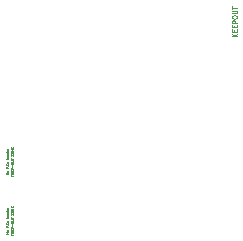
<source format=gbr>
%TF.GenerationSoftware,KiCad,Pcbnew,7.0.1*%
%TF.CreationDate,2023-07-16T15:06:49-04:00*%
%TF.ProjectId,PCB,5043422e-6b69-4636-9164-5f7063625858,rev?*%
%TF.SameCoordinates,Original*%
%TF.FileFunction,Other,Comment*%
%FSLAX46Y46*%
G04 Gerber Fmt 4.6, Leading zero omitted, Abs format (unit mm)*
G04 Created by KiCad (PCBNEW 7.0.1) date 2023-07-16 15:06:49*
%MOMM*%
%LPD*%
G01*
G04 APERTURE LIST*
%ADD10C,0.030000*%
%ADD11C,0.070000*%
G04 APERTURE END LIST*
D10*
%TO.C,SW73*%
X151975023Y-83416327D02*
X151775023Y-83416327D01*
X151775023Y-83416327D02*
X151975023Y-83302042D01*
X151975023Y-83302042D02*
X151775023Y-83302042D01*
X151975023Y-83178232D02*
X151965500Y-83197280D01*
X151965500Y-83197280D02*
X151955976Y-83206803D01*
X151955976Y-83206803D02*
X151936928Y-83216327D01*
X151936928Y-83216327D02*
X151879785Y-83216327D01*
X151879785Y-83216327D02*
X151860738Y-83206803D01*
X151860738Y-83206803D02*
X151851214Y-83197280D01*
X151851214Y-83197280D02*
X151841690Y-83178232D01*
X151841690Y-83178232D02*
X151841690Y-83149661D01*
X151841690Y-83149661D02*
X151851214Y-83130613D01*
X151851214Y-83130613D02*
X151860738Y-83121089D01*
X151860738Y-83121089D02*
X151879785Y-83111565D01*
X151879785Y-83111565D02*
X151936928Y-83111565D01*
X151936928Y-83111565D02*
X151955976Y-83121089D01*
X151955976Y-83121089D02*
X151965500Y-83130613D01*
X151965500Y-83130613D02*
X151975023Y-83149661D01*
X151975023Y-83149661D02*
X151975023Y-83178232D01*
X151870261Y-82806804D02*
X151870261Y-82873470D01*
X151975023Y-82873470D02*
X151775023Y-82873470D01*
X151775023Y-82873470D02*
X151775023Y-82778232D01*
X151955976Y-82702041D02*
X151965500Y-82692518D01*
X151965500Y-82692518D02*
X151975023Y-82702041D01*
X151975023Y-82702041D02*
X151965500Y-82711565D01*
X151965500Y-82711565D02*
X151955976Y-82702041D01*
X151955976Y-82702041D02*
X151975023Y-82702041D01*
X151955976Y-82492518D02*
X151965500Y-82502042D01*
X151965500Y-82502042D02*
X151975023Y-82530613D01*
X151975023Y-82530613D02*
X151975023Y-82549661D01*
X151975023Y-82549661D02*
X151965500Y-82578232D01*
X151965500Y-82578232D02*
X151946452Y-82597280D01*
X151946452Y-82597280D02*
X151927404Y-82606803D01*
X151927404Y-82606803D02*
X151889309Y-82616327D01*
X151889309Y-82616327D02*
X151860738Y-82616327D01*
X151860738Y-82616327D02*
X151822642Y-82606803D01*
X151822642Y-82606803D02*
X151803595Y-82597280D01*
X151803595Y-82597280D02*
X151784547Y-82578232D01*
X151784547Y-82578232D02*
X151775023Y-82549661D01*
X151775023Y-82549661D02*
X151775023Y-82530613D01*
X151775023Y-82530613D02*
X151784547Y-82502042D01*
X151784547Y-82502042D02*
X151794071Y-82492518D01*
X151841690Y-82321089D02*
X151975023Y-82321089D01*
X151841690Y-82406803D02*
X151946452Y-82406803D01*
X151946452Y-82406803D02*
X151965500Y-82397280D01*
X151965500Y-82397280D02*
X151975023Y-82378232D01*
X151975023Y-82378232D02*
X151975023Y-82349661D01*
X151975023Y-82349661D02*
X151965500Y-82330613D01*
X151965500Y-82330613D02*
X151955976Y-82321089D01*
X151841690Y-82102042D02*
X151841690Y-82025851D01*
X151775023Y-82073470D02*
X151946452Y-82073470D01*
X151946452Y-82073470D02*
X151965500Y-82063947D01*
X151965500Y-82063947D02*
X151975023Y-82044899D01*
X151975023Y-82044899D02*
X151975023Y-82025851D01*
X151975023Y-81959184D02*
X151841690Y-81959184D01*
X151879785Y-81959184D02*
X151860738Y-81949661D01*
X151860738Y-81949661D02*
X151851214Y-81940137D01*
X151851214Y-81940137D02*
X151841690Y-81921089D01*
X151841690Y-81921089D02*
X151841690Y-81902042D01*
X151975023Y-81749660D02*
X151870261Y-81749660D01*
X151870261Y-81749660D02*
X151851214Y-81759184D01*
X151851214Y-81759184D02*
X151841690Y-81778232D01*
X151841690Y-81778232D02*
X151841690Y-81816327D01*
X151841690Y-81816327D02*
X151851214Y-81835374D01*
X151965500Y-81749660D02*
X151975023Y-81768708D01*
X151975023Y-81768708D02*
X151975023Y-81816327D01*
X151975023Y-81816327D02*
X151965500Y-81835374D01*
X151965500Y-81835374D02*
X151946452Y-81844898D01*
X151946452Y-81844898D02*
X151927404Y-81844898D01*
X151927404Y-81844898D02*
X151908357Y-81835374D01*
X151908357Y-81835374D02*
X151898833Y-81816327D01*
X151898833Y-81816327D02*
X151898833Y-81768708D01*
X151898833Y-81768708D02*
X151889309Y-81749660D01*
X151965500Y-81568708D02*
X151975023Y-81587756D01*
X151975023Y-81587756D02*
X151975023Y-81625851D01*
X151975023Y-81625851D02*
X151965500Y-81644899D01*
X151965500Y-81644899D02*
X151955976Y-81654422D01*
X151955976Y-81654422D02*
X151936928Y-81663946D01*
X151936928Y-81663946D02*
X151879785Y-81663946D01*
X151879785Y-81663946D02*
X151860738Y-81654422D01*
X151860738Y-81654422D02*
X151851214Y-81644899D01*
X151851214Y-81644899D02*
X151841690Y-81625851D01*
X151841690Y-81625851D02*
X151841690Y-81587756D01*
X151841690Y-81587756D02*
X151851214Y-81568708D01*
X151975023Y-81482993D02*
X151775023Y-81482993D01*
X151898833Y-81463946D02*
X151975023Y-81406803D01*
X151841690Y-81406803D02*
X151917880Y-81482993D01*
X151965500Y-81330612D02*
X151975023Y-81311565D01*
X151975023Y-81311565D02*
X151975023Y-81273469D01*
X151975023Y-81273469D02*
X151965500Y-81254422D01*
X151965500Y-81254422D02*
X151946452Y-81244898D01*
X151946452Y-81244898D02*
X151936928Y-81244898D01*
X151936928Y-81244898D02*
X151917880Y-81254422D01*
X151917880Y-81254422D02*
X151908357Y-81273469D01*
X151908357Y-81273469D02*
X151908357Y-81302041D01*
X151908357Y-81302041D02*
X151898833Y-81321088D01*
X151898833Y-81321088D02*
X151879785Y-81330612D01*
X151879785Y-81330612D02*
X151870261Y-81330612D01*
X151870261Y-81330612D02*
X151851214Y-81321088D01*
X151851214Y-81321088D02*
X151841690Y-81302041D01*
X151841690Y-81302041D02*
X151841690Y-81273469D01*
X151841690Y-81273469D02*
X151851214Y-81254422D01*
X152375023Y-83549659D02*
X152175023Y-83549659D01*
X152375023Y-83435374D02*
X152260738Y-83521088D01*
X152175023Y-83435374D02*
X152289309Y-83549659D01*
X152270261Y-83349659D02*
X152270261Y-83282993D01*
X152375023Y-83254421D02*
X152375023Y-83349659D01*
X152375023Y-83349659D02*
X152175023Y-83349659D01*
X152175023Y-83349659D02*
X152175023Y-83254421D01*
X152270261Y-83168707D02*
X152270261Y-83102041D01*
X152375023Y-83073469D02*
X152375023Y-83168707D01*
X152375023Y-83168707D02*
X152175023Y-83168707D01*
X152175023Y-83168707D02*
X152175023Y-83073469D01*
X152375023Y-82987755D02*
X152175023Y-82987755D01*
X152175023Y-82987755D02*
X152175023Y-82911565D01*
X152175023Y-82911565D02*
X152184547Y-82892517D01*
X152184547Y-82892517D02*
X152194071Y-82882994D01*
X152194071Y-82882994D02*
X152213119Y-82873470D01*
X152213119Y-82873470D02*
X152241690Y-82873470D01*
X152241690Y-82873470D02*
X152260738Y-82882994D01*
X152260738Y-82882994D02*
X152270261Y-82892517D01*
X152270261Y-82892517D02*
X152279785Y-82911565D01*
X152279785Y-82911565D02*
X152279785Y-82987755D01*
X152298833Y-82787755D02*
X152298833Y-82635375D01*
X152175023Y-82502041D02*
X152175023Y-82463946D01*
X152175023Y-82463946D02*
X152184547Y-82444898D01*
X152184547Y-82444898D02*
X152203595Y-82425851D01*
X152203595Y-82425851D02*
X152241690Y-82416327D01*
X152241690Y-82416327D02*
X152308357Y-82416327D01*
X152308357Y-82416327D02*
X152346452Y-82425851D01*
X152346452Y-82425851D02*
X152365500Y-82444898D01*
X152365500Y-82444898D02*
X152375023Y-82463946D01*
X152375023Y-82463946D02*
X152375023Y-82502041D01*
X152375023Y-82502041D02*
X152365500Y-82521089D01*
X152365500Y-82521089D02*
X152346452Y-82540136D01*
X152346452Y-82540136D02*
X152308357Y-82549660D01*
X152308357Y-82549660D02*
X152241690Y-82549660D01*
X152241690Y-82549660D02*
X152203595Y-82540136D01*
X152203595Y-82540136D02*
X152184547Y-82521089D01*
X152184547Y-82521089D02*
X152175023Y-82502041D01*
X152175023Y-82330612D02*
X152336928Y-82330612D01*
X152336928Y-82330612D02*
X152355976Y-82321089D01*
X152355976Y-82321089D02*
X152365500Y-82311565D01*
X152365500Y-82311565D02*
X152375023Y-82292517D01*
X152375023Y-82292517D02*
X152375023Y-82254422D01*
X152375023Y-82254422D02*
X152365500Y-82235374D01*
X152365500Y-82235374D02*
X152355976Y-82225851D01*
X152355976Y-82225851D02*
X152336928Y-82216327D01*
X152336928Y-82216327D02*
X152175023Y-82216327D01*
X152175023Y-82149660D02*
X152175023Y-82035374D01*
X152375023Y-82092517D02*
X152175023Y-82092517D01*
X152175023Y-81835374D02*
X152175023Y-81702041D01*
X152175023Y-81702041D02*
X152375023Y-81835374D01*
X152375023Y-81835374D02*
X152375023Y-81702041D01*
X152175023Y-81587755D02*
X152175023Y-81549660D01*
X152175023Y-81549660D02*
X152184547Y-81530612D01*
X152184547Y-81530612D02*
X152203595Y-81511565D01*
X152203595Y-81511565D02*
X152241690Y-81502041D01*
X152241690Y-81502041D02*
X152308357Y-81502041D01*
X152308357Y-81502041D02*
X152346452Y-81511565D01*
X152346452Y-81511565D02*
X152365500Y-81530612D01*
X152365500Y-81530612D02*
X152375023Y-81549660D01*
X152375023Y-81549660D02*
X152375023Y-81587755D01*
X152375023Y-81587755D02*
X152365500Y-81606803D01*
X152365500Y-81606803D02*
X152346452Y-81625850D01*
X152346452Y-81625850D02*
X152308357Y-81635374D01*
X152308357Y-81635374D02*
X152241690Y-81635374D01*
X152241690Y-81635374D02*
X152203595Y-81625850D01*
X152203595Y-81625850D02*
X152184547Y-81606803D01*
X152184547Y-81606803D02*
X152175023Y-81587755D01*
X152375023Y-81416326D02*
X152175023Y-81416326D01*
X152175023Y-81416326D02*
X152375023Y-81302041D01*
X152375023Y-81302041D02*
X152175023Y-81302041D01*
X152270261Y-81206802D02*
X152270261Y-81140136D01*
X152375023Y-81111564D02*
X152375023Y-81206802D01*
X152375023Y-81206802D02*
X152175023Y-81206802D01*
X152175023Y-81206802D02*
X152175023Y-81111564D01*
X151975023Y-78416327D02*
X151775023Y-78416327D01*
X151775023Y-78416327D02*
X151975023Y-78302042D01*
X151975023Y-78302042D02*
X151775023Y-78302042D01*
X151975023Y-78178232D02*
X151965500Y-78197280D01*
X151965500Y-78197280D02*
X151955976Y-78206803D01*
X151955976Y-78206803D02*
X151936928Y-78216327D01*
X151936928Y-78216327D02*
X151879785Y-78216327D01*
X151879785Y-78216327D02*
X151860738Y-78206803D01*
X151860738Y-78206803D02*
X151851214Y-78197280D01*
X151851214Y-78197280D02*
X151841690Y-78178232D01*
X151841690Y-78178232D02*
X151841690Y-78149661D01*
X151841690Y-78149661D02*
X151851214Y-78130613D01*
X151851214Y-78130613D02*
X151860738Y-78121089D01*
X151860738Y-78121089D02*
X151879785Y-78111565D01*
X151879785Y-78111565D02*
X151936928Y-78111565D01*
X151936928Y-78111565D02*
X151955976Y-78121089D01*
X151955976Y-78121089D02*
X151965500Y-78130613D01*
X151965500Y-78130613D02*
X151975023Y-78149661D01*
X151975023Y-78149661D02*
X151975023Y-78178232D01*
X151870261Y-77806804D02*
X151870261Y-77873470D01*
X151975023Y-77873470D02*
X151775023Y-77873470D01*
X151775023Y-77873470D02*
X151775023Y-77778232D01*
X151955976Y-77702041D02*
X151965500Y-77692518D01*
X151965500Y-77692518D02*
X151975023Y-77702041D01*
X151975023Y-77702041D02*
X151965500Y-77711565D01*
X151965500Y-77711565D02*
X151955976Y-77702041D01*
X151955976Y-77702041D02*
X151975023Y-77702041D01*
X151955976Y-77492518D02*
X151965500Y-77502042D01*
X151965500Y-77502042D02*
X151975023Y-77530613D01*
X151975023Y-77530613D02*
X151975023Y-77549661D01*
X151975023Y-77549661D02*
X151965500Y-77578232D01*
X151965500Y-77578232D02*
X151946452Y-77597280D01*
X151946452Y-77597280D02*
X151927404Y-77606803D01*
X151927404Y-77606803D02*
X151889309Y-77616327D01*
X151889309Y-77616327D02*
X151860738Y-77616327D01*
X151860738Y-77616327D02*
X151822642Y-77606803D01*
X151822642Y-77606803D02*
X151803595Y-77597280D01*
X151803595Y-77597280D02*
X151784547Y-77578232D01*
X151784547Y-77578232D02*
X151775023Y-77549661D01*
X151775023Y-77549661D02*
X151775023Y-77530613D01*
X151775023Y-77530613D02*
X151784547Y-77502042D01*
X151784547Y-77502042D02*
X151794071Y-77492518D01*
X151841690Y-77321089D02*
X151975023Y-77321089D01*
X151841690Y-77406803D02*
X151946452Y-77406803D01*
X151946452Y-77406803D02*
X151965500Y-77397280D01*
X151965500Y-77397280D02*
X151975023Y-77378232D01*
X151975023Y-77378232D02*
X151975023Y-77349661D01*
X151975023Y-77349661D02*
X151965500Y-77330613D01*
X151965500Y-77330613D02*
X151955976Y-77321089D01*
X151841690Y-77102042D02*
X151841690Y-77025851D01*
X151775023Y-77073470D02*
X151946452Y-77073470D01*
X151946452Y-77073470D02*
X151965500Y-77063947D01*
X151965500Y-77063947D02*
X151975023Y-77044899D01*
X151975023Y-77044899D02*
X151975023Y-77025851D01*
X151975023Y-76959184D02*
X151841690Y-76959184D01*
X151879785Y-76959184D02*
X151860738Y-76949661D01*
X151860738Y-76949661D02*
X151851214Y-76940137D01*
X151851214Y-76940137D02*
X151841690Y-76921089D01*
X151841690Y-76921089D02*
X151841690Y-76902042D01*
X151975023Y-76749660D02*
X151870261Y-76749660D01*
X151870261Y-76749660D02*
X151851214Y-76759184D01*
X151851214Y-76759184D02*
X151841690Y-76778232D01*
X151841690Y-76778232D02*
X151841690Y-76816327D01*
X151841690Y-76816327D02*
X151851214Y-76835374D01*
X151965500Y-76749660D02*
X151975023Y-76768708D01*
X151975023Y-76768708D02*
X151975023Y-76816327D01*
X151975023Y-76816327D02*
X151965500Y-76835374D01*
X151965500Y-76835374D02*
X151946452Y-76844898D01*
X151946452Y-76844898D02*
X151927404Y-76844898D01*
X151927404Y-76844898D02*
X151908357Y-76835374D01*
X151908357Y-76835374D02*
X151898833Y-76816327D01*
X151898833Y-76816327D02*
X151898833Y-76768708D01*
X151898833Y-76768708D02*
X151889309Y-76749660D01*
X151965500Y-76568708D02*
X151975023Y-76587756D01*
X151975023Y-76587756D02*
X151975023Y-76625851D01*
X151975023Y-76625851D02*
X151965500Y-76644899D01*
X151965500Y-76644899D02*
X151955976Y-76654422D01*
X151955976Y-76654422D02*
X151936928Y-76663946D01*
X151936928Y-76663946D02*
X151879785Y-76663946D01*
X151879785Y-76663946D02*
X151860738Y-76654422D01*
X151860738Y-76654422D02*
X151851214Y-76644899D01*
X151851214Y-76644899D02*
X151841690Y-76625851D01*
X151841690Y-76625851D02*
X151841690Y-76587756D01*
X151841690Y-76587756D02*
X151851214Y-76568708D01*
X151975023Y-76482993D02*
X151775023Y-76482993D01*
X151898833Y-76463946D02*
X151975023Y-76406803D01*
X151841690Y-76406803D02*
X151917880Y-76482993D01*
X151965500Y-76330612D02*
X151975023Y-76311565D01*
X151975023Y-76311565D02*
X151975023Y-76273469D01*
X151975023Y-76273469D02*
X151965500Y-76254422D01*
X151965500Y-76254422D02*
X151946452Y-76244898D01*
X151946452Y-76244898D02*
X151936928Y-76244898D01*
X151936928Y-76244898D02*
X151917880Y-76254422D01*
X151917880Y-76254422D02*
X151908357Y-76273469D01*
X151908357Y-76273469D02*
X151908357Y-76302041D01*
X151908357Y-76302041D02*
X151898833Y-76321088D01*
X151898833Y-76321088D02*
X151879785Y-76330612D01*
X151879785Y-76330612D02*
X151870261Y-76330612D01*
X151870261Y-76330612D02*
X151851214Y-76321088D01*
X151851214Y-76321088D02*
X151841690Y-76302041D01*
X151841690Y-76302041D02*
X151841690Y-76273469D01*
X151841690Y-76273469D02*
X151851214Y-76254422D01*
X152375023Y-78549659D02*
X152175023Y-78549659D01*
X152375023Y-78435374D02*
X152260738Y-78521088D01*
X152175023Y-78435374D02*
X152289309Y-78549659D01*
X152270261Y-78349659D02*
X152270261Y-78282993D01*
X152375023Y-78254421D02*
X152375023Y-78349659D01*
X152375023Y-78349659D02*
X152175023Y-78349659D01*
X152175023Y-78349659D02*
X152175023Y-78254421D01*
X152270261Y-78168707D02*
X152270261Y-78102041D01*
X152375023Y-78073469D02*
X152375023Y-78168707D01*
X152375023Y-78168707D02*
X152175023Y-78168707D01*
X152175023Y-78168707D02*
X152175023Y-78073469D01*
X152375023Y-77987755D02*
X152175023Y-77987755D01*
X152175023Y-77987755D02*
X152175023Y-77911565D01*
X152175023Y-77911565D02*
X152184547Y-77892517D01*
X152184547Y-77892517D02*
X152194071Y-77882994D01*
X152194071Y-77882994D02*
X152213119Y-77873470D01*
X152213119Y-77873470D02*
X152241690Y-77873470D01*
X152241690Y-77873470D02*
X152260738Y-77882994D01*
X152260738Y-77882994D02*
X152270261Y-77892517D01*
X152270261Y-77892517D02*
X152279785Y-77911565D01*
X152279785Y-77911565D02*
X152279785Y-77987755D01*
X152298833Y-77787755D02*
X152298833Y-77635375D01*
X152175023Y-77502041D02*
X152175023Y-77463946D01*
X152175023Y-77463946D02*
X152184547Y-77444898D01*
X152184547Y-77444898D02*
X152203595Y-77425851D01*
X152203595Y-77425851D02*
X152241690Y-77416327D01*
X152241690Y-77416327D02*
X152308357Y-77416327D01*
X152308357Y-77416327D02*
X152346452Y-77425851D01*
X152346452Y-77425851D02*
X152365500Y-77444898D01*
X152365500Y-77444898D02*
X152375023Y-77463946D01*
X152375023Y-77463946D02*
X152375023Y-77502041D01*
X152375023Y-77502041D02*
X152365500Y-77521089D01*
X152365500Y-77521089D02*
X152346452Y-77540136D01*
X152346452Y-77540136D02*
X152308357Y-77549660D01*
X152308357Y-77549660D02*
X152241690Y-77549660D01*
X152241690Y-77549660D02*
X152203595Y-77540136D01*
X152203595Y-77540136D02*
X152184547Y-77521089D01*
X152184547Y-77521089D02*
X152175023Y-77502041D01*
X152175023Y-77330612D02*
X152336928Y-77330612D01*
X152336928Y-77330612D02*
X152355976Y-77321089D01*
X152355976Y-77321089D02*
X152365500Y-77311565D01*
X152365500Y-77311565D02*
X152375023Y-77292517D01*
X152375023Y-77292517D02*
X152375023Y-77254422D01*
X152375023Y-77254422D02*
X152365500Y-77235374D01*
X152365500Y-77235374D02*
X152355976Y-77225851D01*
X152355976Y-77225851D02*
X152336928Y-77216327D01*
X152336928Y-77216327D02*
X152175023Y-77216327D01*
X152175023Y-77149660D02*
X152175023Y-77035374D01*
X152375023Y-77092517D02*
X152175023Y-77092517D01*
X152175023Y-76835374D02*
X152175023Y-76702041D01*
X152175023Y-76702041D02*
X152375023Y-76835374D01*
X152375023Y-76835374D02*
X152375023Y-76702041D01*
X152175023Y-76587755D02*
X152175023Y-76549660D01*
X152175023Y-76549660D02*
X152184547Y-76530612D01*
X152184547Y-76530612D02*
X152203595Y-76511565D01*
X152203595Y-76511565D02*
X152241690Y-76502041D01*
X152241690Y-76502041D02*
X152308357Y-76502041D01*
X152308357Y-76502041D02*
X152346452Y-76511565D01*
X152346452Y-76511565D02*
X152365500Y-76530612D01*
X152365500Y-76530612D02*
X152375023Y-76549660D01*
X152375023Y-76549660D02*
X152375023Y-76587755D01*
X152375023Y-76587755D02*
X152365500Y-76606803D01*
X152365500Y-76606803D02*
X152346452Y-76625850D01*
X152346452Y-76625850D02*
X152308357Y-76635374D01*
X152308357Y-76635374D02*
X152241690Y-76635374D01*
X152241690Y-76635374D02*
X152203595Y-76625850D01*
X152203595Y-76625850D02*
X152184547Y-76606803D01*
X152184547Y-76606803D02*
X152175023Y-76587755D01*
X152375023Y-76416326D02*
X152175023Y-76416326D01*
X152175023Y-76416326D02*
X152375023Y-76302041D01*
X152375023Y-76302041D02*
X152175023Y-76302041D01*
X152270261Y-76206802D02*
X152270261Y-76140136D01*
X152375023Y-76111564D02*
X152375023Y-76206802D01*
X152375023Y-76206802D02*
X152175023Y-76206802D01*
X152175023Y-76206802D02*
X152175023Y-76111564D01*
D11*
%TO.C,J2*%
X171317547Y-66722470D02*
X170917547Y-66722470D01*
X171317547Y-66493899D02*
X171088976Y-66665328D01*
X170917547Y-66493899D02*
X171146119Y-66722470D01*
X171108023Y-66322470D02*
X171108023Y-66189137D01*
X171317547Y-66131994D02*
X171317547Y-66322470D01*
X171317547Y-66322470D02*
X170917547Y-66322470D01*
X170917547Y-66322470D02*
X170917547Y-66131994D01*
X171108023Y-65960565D02*
X171108023Y-65827232D01*
X171317547Y-65770089D02*
X171317547Y-65960565D01*
X171317547Y-65960565D02*
X170917547Y-65960565D01*
X170917547Y-65960565D02*
X170917547Y-65770089D01*
X171317547Y-65598660D02*
X170917547Y-65598660D01*
X170917547Y-65598660D02*
X170917547Y-65446279D01*
X170917547Y-65446279D02*
X170936595Y-65408184D01*
X170936595Y-65408184D02*
X170955642Y-65389137D01*
X170955642Y-65389137D02*
X170993738Y-65370089D01*
X170993738Y-65370089D02*
X171050880Y-65370089D01*
X171050880Y-65370089D02*
X171088976Y-65389137D01*
X171088976Y-65389137D02*
X171108023Y-65408184D01*
X171108023Y-65408184D02*
X171127071Y-65446279D01*
X171127071Y-65446279D02*
X171127071Y-65598660D01*
X170917547Y-65122470D02*
X170917547Y-65046279D01*
X170917547Y-65046279D02*
X170936595Y-65008184D01*
X170936595Y-65008184D02*
X170974690Y-64970089D01*
X170974690Y-64970089D02*
X171050880Y-64951041D01*
X171050880Y-64951041D02*
X171184214Y-64951041D01*
X171184214Y-64951041D02*
X171260404Y-64970089D01*
X171260404Y-64970089D02*
X171298500Y-65008184D01*
X171298500Y-65008184D02*
X171317547Y-65046279D01*
X171317547Y-65046279D02*
X171317547Y-65122470D01*
X171317547Y-65122470D02*
X171298500Y-65160565D01*
X171298500Y-65160565D02*
X171260404Y-65198660D01*
X171260404Y-65198660D02*
X171184214Y-65217708D01*
X171184214Y-65217708D02*
X171050880Y-65217708D01*
X171050880Y-65217708D02*
X170974690Y-65198660D01*
X170974690Y-65198660D02*
X170936595Y-65160565D01*
X170936595Y-65160565D02*
X170917547Y-65122470D01*
X170917547Y-64779612D02*
X171241357Y-64779612D01*
X171241357Y-64779612D02*
X171279452Y-64760565D01*
X171279452Y-64760565D02*
X171298500Y-64741517D01*
X171298500Y-64741517D02*
X171317547Y-64703422D01*
X171317547Y-64703422D02*
X171317547Y-64627231D01*
X171317547Y-64627231D02*
X171298500Y-64589136D01*
X171298500Y-64589136D02*
X171279452Y-64570089D01*
X171279452Y-64570089D02*
X171241357Y-64551041D01*
X171241357Y-64551041D02*
X170917547Y-64551041D01*
X170917547Y-64417707D02*
X170917547Y-64189136D01*
X171317547Y-64303422D02*
X170917547Y-64303422D01*
%TD*%
M02*

</source>
